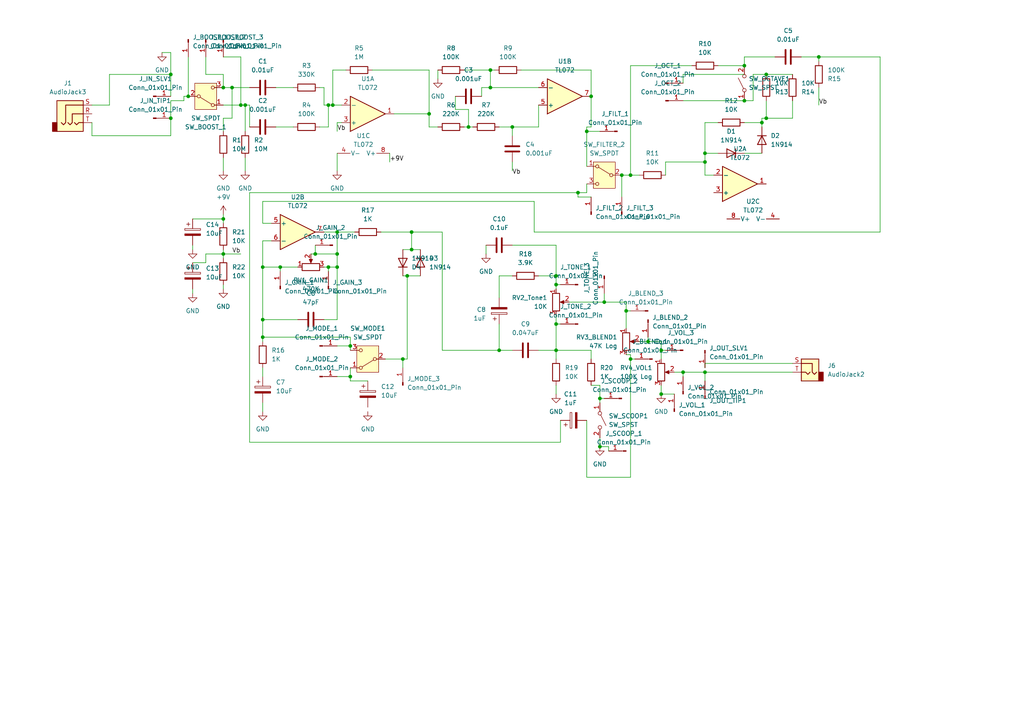
<source format=kicad_sch>
(kicad_sch (version 20230121) (generator eeschema)
  (paper "A4")
  (lib_symbols
    (symbol "Amplifier_Operational:TL072" (pin_names (offset 0.127))
      (property "Reference" "U" (at 0 5.08 0))
      (property "Value" "TL072" (at 0 -5.08 0))
      (symbol "TL072_1_1"
        (polyline (pts (xy -5.08 5.08) (xy 5.08 0) (xy -5.08 -5.08) (xy -5.08 5.08)) (stroke (width 0.254)) (fill (type background)))
        (pin output line (at 7.62 0 180) (length 2.54) (name "~") (number "1"))
        (pin input line (at -7.62 -2.54 0) (length 2.54) (name "-") (number "2"))
        (pin input line (at -7.62 2.54 0) (length 2.54) (name "+") (number "3"))
      )
      (symbol "TL072_2_1"
        (polyline (pts (xy -5.08 5.08) (xy 5.08 0) (xy -5.08 -5.08) (xy -5.08 5.08)) (stroke (width 0.254)) (fill (type background)))
        (pin input line (at -7.62 2.54 0) (length 2.54) (name "+") (number "5"))
        (pin input line (at -7.62 -2.54 0) (length 2.54) (name "-") (number "6"))
        (pin output line (at 7.62 0 180) (length 2.54) (name "~") (number "7"))
      )
      (symbol "TL072_3_1"
        (pin power_in line (at -2.54 -7.62 90) (length 3.81) (name "V-") (number "4"))
        (pin power_in line (at -2.54 7.62 270) (length 3.81) (name "V+") (number "8"))
      )
    )
    (symbol "Connector:Conn_01x01_Pin" (pin_names (offset 1.016) hide)
      (property "Reference" "J" (at 0 2.54 0))
      (property "Value" "Conn_01x01_Pin" (at 0 -2.54 0))
      (symbol "Conn_01x01_Pin_1_1"
        (polyline (pts (xy 1.27 0) (xy 0.8636 0)) (stroke (width 0.1524)))
        (rectangle (start 0.8636 0.127) (end 0 -0.127) (stroke (width 0.1524)) (fill (type outline)))
        (pin passive line (at 5.08 0 180) (length 3.81) (name "Pin_1") (number "1"))
      )
    )
    (symbol "Connector_Audio:AudioJack2"
      (property "Reference" "J" (at 0 8.89 0))
      (property "Value" "AudioJack2" (at 0 6.35 0))
      (symbol "AudioJack2_0_1"
        (rectangle (start -3.81 0) (end -2.54 -2.54) (stroke (width 0.254)) (fill (type outline)))
        (rectangle (start -2.54 3.81) (end 2.54 -2.54) (stroke (width 0.254)) (fill (type background)))
        (polyline (pts (xy 0 0) (xy 0.635 -0.635) (xy 1.27 0) (xy 2.54 0)) (stroke (width 0.254)))
        (polyline (pts (xy 2.54 2.54) (xy -0.635 2.54) (xy -0.635 0) (xy -1.27 -0.635) (xy -1.905 0)) (stroke (width 0.254)))
      )
      (symbol "AudioJack2_1_1"
        (pin passive line (at 5.08 2.54 180) (length 2.54) (name "~") (number "S"))
        (pin passive line (at 5.08 0 180) (length 2.54) (name "~") (number "T"))
      )
    )
    (symbol "Connector_Audio:AudioJack3"
      (property "Reference" "J" (at 0 8.89 0))
      (property "Value" "AudioJack3" (at 0 6.35 0))
      (symbol "AudioJack3_0_1"
        (rectangle (start -5.08 -5.08) (end -6.35 -2.54) (stroke (width 0.254)) (fill (type outline)))
        (polyline (pts (xy 0 -2.54) (xy 0.635 -3.175) (xy 1.27 -2.54) (xy 2.54 -2.54)) (stroke (width 0.254)))
        (polyline (pts (xy -1.905 -2.54) (xy -1.27 -3.175) (xy -0.635 -2.54) (xy -0.635 0) (xy 2.54 0)) (stroke (width 0.254)))
        (polyline (pts (xy 2.54 2.54) (xy -2.54 2.54) (xy -2.54 -2.54) (xy -3.175 -3.175) (xy -3.81 -2.54)) (stroke (width 0.254)))
        (rectangle (start 2.54 3.81) (end -5.08 -5.08) (stroke (width 0.254)) (fill (type background)))
      )
      (symbol "AudioJack3_1_1"
        (pin passive line (at 5.08 0 180) (length 2.54) (name "~") (number "R"))
        (pin passive line (at 5.08 2.54 180) (length 2.54) (name "~") (number "S"))
        (pin passive line (at 5.08 -2.54 180) (length 2.54) (name "~") (number "T"))
      )
    )
    (symbol "Device:C" (pin_numbers hide) (pin_names (offset 0.254))
      (property "Reference" "C" (at 0.635 2.54 0))
      (property "Value" "C" (at 0.635 -2.54 0))
      (symbol "C_0_1"
        (polyline (pts (xy -2.032 -0.762) (xy 2.032 -0.762)) (stroke (width 0.508)))
        (polyline (pts (xy -2.032 0.762) (xy 2.032 0.762)) (stroke (width 0.508)))
      )
      (symbol "C_1_1"
        (pin passive line (at 0 3.81 270) (length 2.794) (name "~") (number "1"))
        (pin passive line (at 0 -3.81 90) (length 2.794) (name "~") (number "2"))
      )
    )
    (symbol "Device:C_Polarized" (pin_numbers hide) (pin_names (offset 0.254))
      (property "Reference" "C" (at 0.635 2.54 0))
      (property "Value" "C_Polarized" (at 0.635 -2.54 0))
      (symbol "C_Polarized_0_1"
        (rectangle (start -2.286 0.508) (end 2.286 1.016))
        (polyline (pts (xy -1.778 2.286) (xy -0.762 2.286)))
        (polyline (pts (xy -1.27 2.794) (xy -1.27 1.778)))
        (rectangle (start 2.286 -0.508) (end -2.286 -1.016) (fill (type outline)))
      )
      (symbol "C_Polarized_1_1"
        (pin passive line (at 0 3.81 270) (length 2.794) (name "~") (number "1"))
        (pin passive line (at 0 -3.81 90) (length 2.794) (name "~") (number "2"))
      )
    )
    (symbol "Device:R" (pin_numbers hide) (pin_names (offset 0))
      (property "Reference" "R" (at 2.032 0 90))
      (property "Value" "R" (at 0 0 90))
      (symbol "R_0_1"
        (rectangle (start -1.016 -2.54) (end 1.016 2.54) (stroke (width 0.254)))
      )
      (symbol "R_1_1"
        (pin passive line (at 0 3.81 270) (length 1.27) (name "~") (number "1"))
        (pin passive line (at 0 -3.81 90) (length 1.27) (name "~") (number "2"))
      )
    )
    (symbol "Device:R_Potentiometer" (pin_names (offset 1.016) hide)
      (property "Reference" "RV" (at -4.445 0 90))
      (property "Value" "R_Potentiometer" (at -2.54 0 90))
      (symbol "R_Potentiometer_0_1"
        (polyline (pts (xy 2.54 0) (xy 1.524 0)))
        (polyline (pts (xy 1.143 0) (xy 2.286 0.508) (xy 2.286 -0.508) (xy 1.143 0)) (fill (type outline)))
        (rectangle (start 1.016 2.54) (end -1.016 -2.54) (stroke (width 0.254)))
      )
      (symbol "R_Potentiometer_1_1"
        (pin passive line (at 0 3.81 270) (length 1.27) (name "1") (number "1"))
        (pin passive line (at 3.81 0 180) (length 1.27) (name "2") (number "2"))
        (pin passive line (at 0 -3.81 90) (length 1.27) (name "3") (number "3"))
      )
    )
    (symbol "Diode:1N914" (pin_numbers hide) (pin_names hide)
      (property "Reference" "D" (at 0 2.54 0))
      (property "Value" "1N914" (at 0 -2.54 0))
      (symbol "1N914_0_1"
        (polyline (pts (xy -1.27 1.27) (xy -1.27 -1.27)) (stroke (width 0.254)))
        (polyline (pts (xy 1.27 0) (xy -1.27 0)))
        (polyline (pts (xy 1.27 1.27) (xy 1.27 -1.27) (xy -1.27 0) (xy 1.27 1.27)) (stroke (width 0.254)))
      )
      (symbol "1N914_1_1"
        (pin passive line (at -3.81 0 0) (length 2.54) (name "K") (number "1"))
        (pin passive line (at 3.81 0 180) (length 2.54) (name "A") (number "2"))
      )
    )
    (symbol "Switch:SW_SPDT" (pin_names (offset 0) hide)
      (property "Reference" "SW" (at 0 5.08 0))
      (property "Value" "SW_SPDT" (at 0 -5.08 0))
      (symbol "SW_SPDT_0_1"
        (circle (center -2.032 0) (radius 0.4572))
        (polyline (pts (xy -1.651 0.254) (xy 1.651 2.286)))
        (circle (center 2.032 -2.54) (radius 0.4572))
        (circle (center 2.032 2.54) (radius 0.4572))
      )
      (symbol "SW_SPDT_1_1"
        (rectangle (start -3.175 3.81) (end 3.175 -3.81) (fill (type background)))
        (pin passive line (at 5.08 2.54 180) (length 2.54) (name "A") (number "1"))
        (pin passive line (at -5.08 0 0) (length 2.54) (name "B") (number "2"))
        (pin passive line (at 5.08 -2.54 180) (length 2.54) (name "C") (number "3"))
      )
    )
    (symbol "Switch:SW_SPST" (pin_names (offset 0) hide)
      (property "Reference" "SW" (at 0 3.175 0))
      (property "Value" "SW_SPST" (at 0 -2.54 0))
      (symbol "SW_SPST_0_0"
        (circle (center -2.032 0) (radius 0.508))
        (polyline (pts (xy -1.524 0.254) (xy 1.524 1.778)))
        (circle (center 2.032 0) (radius 0.508))
      )
      (symbol "SW_SPST_1_1"
        (pin passive line (at -5.08 0 0) (length 2.54) (name "A") (number "1"))
        (pin passive line (at 5.08 0 180) (length 2.54) (name "B") (number "2"))
      )
    )
    (symbol "power:+9V" (power) (pin_names (offset 0))
      (property "Value" "+9V" (at 0 3.556 0))
      (symbol "+9V_0_1"
        (polyline (pts (xy -0.762 1.27) (xy 0 2.54)))
        (polyline (pts (xy 0 0) (xy 0 2.54)))
        (polyline (pts (xy 0 2.54) (xy 0.762 1.27)))
      )
      (symbol "+9V_1_1"
        (pin power_in line (at 0 0 90) (length 0) hide (name "+9V") (number "1"))
      )
    )
    (symbol "power:GND" (power) (pin_names (offset 0))
      (property "Value" "GND" (at 0 -3.81 0))
      (symbol "GND_0_1"
        (polyline (pts (xy 0 0) (xy 0 -1.27) (xy 1.27 -1.27) (xy 0 -2.54) (xy -1.27 -1.27) (xy 0 -1.27)))
      )
      (symbol "GND_1_1"
        (pin power_in line (at 0 0 270) (length 0) hide (name "GND") (number "1"))
      )
    )
  )
  (junction (at 96.52 30.48))
  (junction (at 204.47 44.45))
  (junction (at 187.96 99.06))
  (junction (at 49.53 21.59))
  (junction (at 97.79 67.31))
  (junction (at 222.25 34.29))
  (junction (at 170.18 38.1))
  (junction (at 64.77 73.66))
  (junction (at 173.99 129.54))
  (junction (at 91.44 73.66))
  (junction (at 198.12 107.95))
  (junction (at 215.9 29.21))
  (junction (at 119.38 67.31))
  (junction (at 97.79 73.66))
  (junction (at 76.2 97.79))
  (junction (at 204.47 46.99))
  (junction (at 204.47 107.95))
  (junction (at 182.88 50.8))
  (junction (at 148.59 36.83))
  (junction (at 161.29 80.01))
  (junction (at 118.11 80.01))
  (junction (at 222.25 21.59))
  (junction (at 67.31 25.4))
  (junction (at 97.79 77.47))
  (junction (at 144.78 101.6))
  (junction (at 167.64 55.88))
  (junction (at 76.2 77.47))
  (junction (at 191.77 114.3))
  (junction (at 161.29 93.98))
  (junction (at 215.9 19.05))
  (junction (at 180.34 50.8))
  (junction (at 237.49 16.51))
  (junction (at 69.85 30.48))
  (junction (at 124.46 33.02))
  (junction (at 191.77 101.6))
  (junction (at 95.25 77.47))
  (junction (at 220.98 35.56))
  (junction (at 101.6 109.22))
  (junction (at 142.24 25.4))
  (junction (at 173.99 115.57))
  (junction (at 64.77 25.4))
  (junction (at 76.2 92.71))
  (junction (at 135.89 36.83))
  (junction (at 64.77 63.5))
  (junction (at 171.45 27.94))
  (junction (at 54.61 27.94))
  (junction (at 101.6 100.33))
  (junction (at 182.88 104.14))
  (junction (at 81.28 77.47))
  (junction (at 95.25 30.48))
  (junction (at 161.29 101.6))
  (junction (at 175.26 87.63))
  (junction (at 71.12 30.48))
  (junction (at 161.29 82.55))
  (junction (at 116.84 104.14))
  (junction (at 49.53 34.29))
  (junction (at 142.24 20.32))
  (junction (at 119.38 72.39))
  (junction (at 181.61 90.17))
  (wire (pts (xy 54.61 16.51) (xy 54.61 27.94)))
  (wire (pts (xy 182.88 19.05) (xy 182.88 50.8)))
  (wire (pts (xy 180.34 50.8) (xy 180.34 57.15)))
  (wire (pts (xy 215.9 44.45) (xy 220.98 44.45)))
  (wire (pts (xy 93.98 92.71) (xy 97.79 92.71)))
  (wire (pts (xy 49.53 39.37) (xy 49.53 34.29)))
  (wire (pts (xy 170.18 53.34) (xy 170.18 55.88)))
  (wire (pts (xy 187.96 99.06) (xy 191.77 99.06)))
  (wire (pts (xy 170.18 55.88) (xy 167.64 55.88)))
  (wire (pts (xy 59.69 16.51) (xy 59.69 21.59)))
  (wire (pts (xy 111.76 104.14) (xy 116.84 104.14)))
  (wire (pts (xy 119.38 67.31) (xy 119.38 72.39)))
  (wire (pts (xy 64.77 63.5) (xy 64.77 64.77)))
  (wire (pts (xy 99.06 35.56) (xy 97.79 35.56)))
  (wire (pts (xy 116.84 80.01) (xy 118.11 80.01)))
  (wire (pts (xy 255.27 16.51) (xy 255.27 67.31)))
  (wire (pts (xy 198.12 29.21) (xy 215.9 29.21)))
  (wire (pts (xy 91.44 71.12) (xy 91.44 73.66)))
  (wire (pts (xy 76.2 97.79) (xy 101.6 97.79)))
  (wire (pts (xy 182.88 50.8) (xy 185.42 50.8)))
  (wire (pts (xy 204.47 46.99) (xy 204.47 50.8)))
  (wire (pts (xy 180.34 50.8) (xy 182.88 50.8)))
  (wire (pts (xy 204.47 44.45) (xy 208.28 44.45)))
  (wire (pts (xy 170.18 121.92) (xy 170.18 138.43)))
  (wire (pts (xy 167.64 55.88) (xy 72.39 55.88)))
  (wire (pts (xy 97.79 73.66) (xy 97.79 77.47)))
  (wire (pts (xy 67.31 25.4) (xy 67.31 34.29)))
  (wire (pts (xy 255.27 67.31) (xy 154.94 67.31)))
  (wire (pts (xy 107.95 20.32) (xy 124.46 20.32)))
  (wire (pts (xy 154.94 67.31) (xy 154.94 58.42)))
  (wire (pts (xy 116.84 104.14) (xy 118.11 104.14)))
  (wire (pts (xy 31.75 30.48) (xy 31.75 21.59)))
  (wire (pts (xy 128.27 101.6) (xy 128.27 67.31)))
  (wire (pts (xy 95.25 77.47) (xy 95.25 78.74)))
  (wire (pts (xy 215.9 21.59) (xy 198.12 21.59)))
  (wire (pts (xy 64.77 82.55) (xy 64.77 83.82)))
  (wire (pts (xy 181.61 90.17) (xy 182.88 90.17)))
  (wire (pts (xy 72.39 30.48) (xy 72.39 36.83)))
  (wire (pts (xy 69.85 30.48) (xy 71.12 30.48)))
  (wire (pts (xy 222.25 21.59) (xy 229.87 21.59)))
  (wire (pts (xy 191.77 114.3) (xy 195.58 114.3)))
  (wire (pts (xy 144.78 86.36) (xy 144.78 80.01)))
  (wire (pts (xy 161.29 80.01) (xy 161.29 82.55)))
  (wire (pts (xy 64.77 73.66) (xy 69.85 73.66)))
  (wire (pts (xy 71.12 30.48) (xy 71.12 38.1)))
  (wire (pts (xy 204.47 107.95) (xy 204.47 110.49)))
  (wire (pts (xy 193.04 46.99) (xy 204.47 46.99)))
  (wire (pts (xy 26.67 39.37) (xy 49.53 39.37)))
  (wire (pts (xy 161.29 82.55) (xy 162.56 82.55)))
  (wire (pts (xy 101.6 109.22) (xy 101.6 110.49)))
  (wire (pts (xy 162.56 121.92) (xy 162.56 128.27)))
  (wire (pts (xy 171.45 20.32) (xy 171.45 27.94)))
  (wire (pts (xy 191.77 101.6) (xy 193.04 101.6)))
  (wire (pts (xy 78.74 69.85) (xy 76.2 69.85)))
  (wire (pts (xy 67.31 25.4) (xy 72.39 25.4)))
  (wire (pts (xy 208.28 35.56) (xy 204.47 35.56)))
  (wire (pts (xy 191.77 111.76) (xy 191.77 114.3)))
  (wire (pts (xy 176.53 130.81) (xy 176.53 129.54)))
  (wire (pts (xy 49.53 29.21) (xy 53.34 29.21)))
  (wire (pts (xy 220.98 35.56) (xy 220.98 34.29)))
  (wire (pts (xy 64.77 38.1) (xy 64.77 34.29)))
  (wire (pts (xy 76.2 58.42) (xy 76.2 64.77)))
  (wire (pts (xy 191.77 99.06) (xy 191.77 101.6)))
  (wire (pts (xy 55.88 63.5) (xy 64.77 63.5)))
  (wire (pts (xy 69.85 30.48) (xy 69.85 16.51)))
  (wire (pts (xy 64.77 34.29) (xy 67.31 34.29)))
  (wire (pts (xy 76.2 116.84) (xy 76.2 119.38)))
  (wire (pts (xy 97.79 67.31) (xy 102.87 67.31)))
  (wire (pts (xy 116.84 104.14) (xy 116.84 106.68)))
  (wire (pts (xy 71.12 30.48) (xy 72.39 30.48)))
  (wire (pts (xy 193.04 50.8) (xy 193.04 46.99)))
  (wire (pts (xy 69.85 16.51) (xy 64.77 16.51)))
  (wire (pts (xy 132.08 31.75) (xy 132.08 27.94)))
  (wire (pts (xy 119.38 72.39) (xy 121.92 72.39)))
  (wire (pts (xy 93.98 30.48) (xy 95.25 30.48)))
  (wire (pts (xy 97.79 35.56) (xy 97.79 38.1)))
  (wire (pts (xy 100.33 20.32) (xy 96.52 20.32)))
  (wire (pts (xy 72.39 128.27) (xy 162.56 128.27)))
  (wire (pts (xy 185.42 99.06) (xy 187.96 99.06)))
  (wire (pts (xy 97.79 100.33) (xy 101.6 100.33)))
  (wire (pts (xy 148.59 71.12) (xy 161.29 71.12)))
  (wire (pts (xy 161.29 93.98) (xy 161.29 101.6)))
  (wire (pts (xy 80.01 36.83) (xy 85.09 36.83)))
  (wire (pts (xy 148.59 46.99) (xy 148.59 49.53)))
  (wire (pts (xy 101.6 100.33) (xy 101.6 97.79)))
  (wire (pts (xy 151.13 20.32) (xy 171.45 20.32)))
  (wire (pts (xy 171.45 101.6) (xy 171.45 104.14)))
  (wire (pts (xy 171.45 36.83) (xy 171.45 27.94)))
  (wire (pts (xy 118.11 80.01) (xy 118.11 104.14)))
  (wire (pts (xy 204.47 44.45) (xy 204.47 46.99)))
  (wire (pts (xy 64.77 21.59) (xy 64.77 25.4)))
  (wire (pts (xy 161.29 101.6) (xy 161.29 104.14)))
  (wire (pts (xy 204.47 35.56) (xy 204.47 44.45)))
  (wire (pts (xy 101.6 101.6) (xy 101.6 100.33)))
  (wire (pts (xy 200.66 19.05) (xy 182.88 19.05)))
  (wire (pts (xy 80.01 25.4) (xy 85.09 25.4)))
  (wire (pts (xy 218.44 29.21) (xy 218.44 21.59)))
  (wire (pts (xy 139.7 27.94) (xy 139.7 25.4)))
  (wire (pts (xy 229.87 105.41) (xy 204.47 105.41)))
  (wire (pts (xy 26.67 30.48) (xy 31.75 30.48)))
  (wire (pts (xy 76.2 97.79) (xy 76.2 99.06)))
  (wire (pts (xy 229.87 107.95) (xy 204.47 107.95)))
  (wire (pts (xy 161.29 91.44) (xy 161.29 93.98)))
  (wire (pts (xy 134.62 36.83) (xy 135.89 36.83)))
  (wire (pts (xy 26.67 35.56) (xy 26.67 39.37)))
  (wire (pts (xy 93.98 67.31) (xy 97.79 67.31)))
  (wire (pts (xy 195.58 107.95) (xy 198.12 107.95)))
  (wire (pts (xy 142.24 25.4) (xy 156.21 25.4)))
  (wire (pts (xy 215.9 19.05) (xy 215.9 16.51)))
  (wire (pts (xy 135.89 36.83) (xy 137.16 36.83)))
  (wire (pts (xy 95.25 77.47) (xy 97.79 77.47)))
  (wire (pts (xy 55.88 83.82) (xy 55.88 85.09)))
  (wire (pts (xy 76.2 69.85) (xy 76.2 77.47)))
  (wire (pts (xy 49.53 15.24) (xy 49.53 21.59)))
  (wire (pts (xy 81.28 77.47) (xy 86.36 77.47)))
  (wire (pts (xy 64.77 62.23) (xy 64.77 63.5)))
  (wire (pts (xy 49.53 21.59) (xy 49.53 27.94)))
  (wire (pts (xy 237.49 16.51) (xy 255.27 16.51)))
  (wire (pts (xy 96.52 30.48) (xy 99.06 30.48)))
  (wire (pts (xy 204.47 50.8) (xy 207.01 50.8)))
  (wire (pts (xy 175.26 85.09) (xy 175.26 87.63)))
  (wire (pts (xy 101.6 110.49) (xy 106.68 110.49)))
  (wire (pts (xy 173.99 127) (xy 173.99 129.54)))
  (wire (pts (xy 171.45 57.15) (xy 167.64 57.15)))
  (wire (pts (xy 148.59 36.83) (xy 156.21 36.83)))
  (wire (pts (xy 49.53 34.29) (xy 49.53 29.21)))
  (wire (pts (xy 191.77 101.6) (xy 191.77 104.14)))
  (wire (pts (xy 55.88 71.12) (xy 55.88 72.39)))
  (wire (pts (xy 170.18 48.26) (xy 170.18 38.1)))
  (wire (pts (xy 161.29 111.76) (xy 161.29 114.3)))
  (wire (pts (xy 144.78 93.98) (xy 144.78 101.6)))
  (wire (pts (xy 229.87 34.29) (xy 229.87 29.21)))
  (wire (pts (xy 148.59 36.83) (xy 148.59 39.37)))
  (wire (pts (xy 176.53 129.54) (xy 173.99 129.54)))
  (wire (pts (xy 76.2 77.47) (xy 76.2 92.71)))
  (wire (pts (xy 134.62 20.32) (xy 142.24 20.32)))
  (wire (pts (xy 59.69 76.2) (xy 59.69 73.66)))
  (wire (pts (xy 182.88 104.14) (xy 182.88 102.87)))
  (wire (pts (xy 170.18 38.1) (xy 170.18 36.83)))
  (wire (pts (xy 165.1 87.63) (xy 175.26 87.63)))
  (wire (pts (xy 59.69 73.66) (xy 64.77 73.66)))
  (wire (pts (xy 53.34 27.94) (xy 54.61 27.94)))
  (wire (pts (xy 204.47 105.41) (xy 204.47 106.68)))
  (wire (pts (xy 64.77 73.66) (xy 64.77 74.93)))
  (wire (pts (xy 220.98 34.29) (xy 222.25 34.29)))
  (wire (pts (xy 124.46 33.02) (xy 124.46 20.32)))
  (wire (pts (xy 118.11 80.01) (xy 121.92 80.01)))
  (wire (pts (xy 128.27 67.31) (xy 119.38 67.31)))
  (wire (pts (xy 59.69 21.59) (xy 64.77 21.59)))
  (wire (pts (xy 144.78 36.83) (xy 148.59 36.83)))
  (wire (pts (xy 144.78 101.6) (xy 128.27 101.6)))
  (wire (pts (xy 96.52 20.32) (xy 96.52 30.48)))
  (wire (pts (xy 161.29 93.98) (xy 162.56 93.98)))
  (wire (pts (xy 64.77 25.4) (xy 67.31 25.4)))
  (wire (pts (xy 116.84 72.39) (xy 119.38 72.39)))
  (wire (pts (xy 237.49 16.51) (xy 237.49 17.78)))
  (wire (pts (xy 135.89 31.75) (xy 132.08 31.75)))
  (wire (pts (xy 161.29 82.55) (xy 161.29 83.82)))
  (wire (pts (xy 144.78 80.01) (xy 148.59 80.01)))
  (wire (pts (xy 232.41 16.51) (xy 237.49 16.51)))
  (wire (pts (xy 81.28 77.47) (xy 81.28 78.74)))
  (wire (pts (xy 110.49 67.31) (xy 119.38 67.31)))
  (wire (pts (xy 97.79 67.31) (xy 97.79 73.66)))
  (wire (pts (xy 76.2 64.77) (xy 78.74 64.77)))
  (wire (pts (xy 93.98 25.4) (xy 93.98 30.48)))
  (wire (pts (xy 135.89 36.83) (xy 135.89 31.75)))
  (wire (pts (xy 142.24 20.32) (xy 143.51 20.32)))
  (wire (pts (xy 198.12 21.59) (xy 198.12 24.13)))
  (wire (pts (xy 156.21 30.48) (xy 156.21 36.83)))
  (wire (pts (xy 222.25 34.29) (xy 229.87 34.29)))
  (wire (pts (xy 182.88 104.14) (xy 184.15 104.14)))
  (wire (pts (xy 101.6 106.68) (xy 101.6 109.22)))
  (wire (pts (xy 95.25 30.48) (xy 95.25 36.83)))
  (wire (pts (xy 198.12 107.95) (xy 198.12 109.22)))
  (wire (pts (xy 31.75 21.59) (xy 49.53 21.59)))
  (wire (pts (xy 97.79 77.47) (xy 97.79 92.71)))
  (wire (pts (xy 90.17 73.66) (xy 91.44 73.66)))
  (wire (pts (xy 91.44 73.66) (xy 97.79 73.66)))
  (wire (pts (xy 187.96 97.79) (xy 187.96 99.06)))
  (wire (pts (xy 171.45 111.76) (xy 173.99 111.76)))
  (wire (pts (xy 76.2 77.47) (xy 81.28 77.47)))
  (wire (pts (xy 76.2 92.71) (xy 86.36 92.71)))
  (wire (pts (xy 198.12 107.95) (xy 204.47 107.95)))
  (wire (pts (xy 93.98 77.47) (xy 95.25 77.47)))
  (wire (pts (xy 76.2 106.68) (xy 76.2 109.22)))
  (wire (pts (xy 215.9 16.51) (xy 224.79 16.51)))
  (wire (pts (xy 182.88 138.43) (xy 182.88 104.14)))
  (wire (pts (xy 220.98 36.83) (xy 220.98 35.56)))
  (wire (pts (xy 175.26 87.63) (xy 181.61 87.63)))
  (wire (pts (xy 127 36.83) (xy 124.46 36.83)))
  (wire (pts (xy 144.78 101.6) (xy 148.59 101.6)))
  (wire (pts (xy 124.46 33.02) (xy 124.46 36.83)))
  (wire (pts (xy 72.39 55.88) (xy 72.39 128.27)))
  (wire (pts (xy 154.94 58.42) (xy 76.2 58.42)))
  (wire (pts (xy 208.28 19.05) (xy 215.9 19.05)))
  (wire (pts (xy 237.49 25.4) (xy 237.49 30.48)))
  (wire (pts (xy 139.7 25.4) (xy 142.24 25.4)))
  (wire (pts (xy 222.25 34.29) (xy 222.25 29.21)))
  (wire (pts (xy 64.77 72.39) (xy 64.77 73.66)))
  (wire (pts (xy 64.77 30.48) (xy 69.85 30.48)))
  (wire (pts (xy 97.79 109.22) (xy 101.6 109.22)))
  (wire (pts (xy 92.71 36.83) (xy 95.25 36.83)))
  (wire (pts (xy 161.29 101.6) (xy 171.45 101.6)))
  (wire (pts (xy 218.44 21.59) (xy 222.25 21.59)))
  (wire (pts (xy 114.3 33.02) (xy 124.46 33.02)))
  (wire (pts (xy 113.03 44.45) (xy 113.03 46.99)))
  (wire (pts (xy 64.77 45.72) (xy 64.77 49.53)))
  (wire (pts (xy 127 20.32) (xy 127 22.86)))
  (wire (pts (xy 181.61 87.63) (xy 181.61 90.17)))
  (wire (pts (xy 170.18 38.1) (xy 173.99 38.1)))
  (wire (pts (xy 167.64 57.15) (xy 167.64 55.88)))
  (wire (pts (xy 215.9 29.21) (xy 218.44 29.21)))
  (wire (pts (xy 215.9 35.56) (xy 220.98 35.56)))
  (wire (pts (xy 76.2 92.71) (xy 76.2 97.79)))
  (wire (pts (xy 55.88 76.2) (xy 59.69 76.2)))
  (wire (pts (xy 161.29 71.12) (xy 161.29 80.01)))
  (wire (pts (xy 53.34 29.21) (xy 53.34 27.94)))
  (wire (pts (xy 181.61 90.17) (xy 181.61 95.25)))
  (wire (pts (xy 140.97 71.12) (xy 140.97 73.66)))
  (wire (pts (xy 156.21 80.01) (xy 161.29 80.01)))
  (wire (pts (xy 142.24 20.32) (xy 142.24 25.4)))
  (wire (pts (xy 173.99 115.57) (xy 173.99 116.84)))
  (wire (pts (xy 97.79 44.45) (xy 97.79 49.53)))
  (wire (pts (xy 170.18 138.43) (xy 182.88 138.43)))
  (wire (pts (xy 92.71 25.4) (xy 93.98 25.4)))
  (wire (pts (xy 170.18 36.83) (xy 171.45 36.83)))
  (wire (pts (xy 46.99 15.24) (xy 49.53 15.24)))
  (wire (pts (xy 182.88 102.87) (xy 181.61 102.87)))
  (wire (pts (xy 71.12 45.72) (xy 71.12 49.53)))
  (wire (pts (xy 173.99 115.57) (xy 175.26 115.57)))
  (wire (pts (xy 173.99 111.76) (xy 173.99 115.57)))
  (wire (pts (xy 95.25 30.48) (xy 96.52 30.48)))
  (wire (pts (xy 156.21 101.6) (xy 161.29 101.6)))
  (label "+9V" (at 113.03 46.99 0))
  (label "Vb" (at 148.59 50.8 0))
  (label "Vb" (at 67.31 73.66 0))
  (label "Vb" (at 237.49 30.48 0))
  (label "Vb" (at 97.79 38.1 0))
  (symbol (lib_id "Device:C_Polarized") (at 166.37 121.92 90) (unit 1)
    (property "Reference" "C11" (at 165.481 114.3 90))
    (property "Value" "1uF" (at 165.481 116.84 90))
    (property "Footprint" "Capacitor_THT:CP_Radial_D6.3mm_P2.50mm" (effects hide))
  )
  (symbol (lib_id "Device:C_Polarized") (at 144.78 90.17 0) (mirror x) (unit 1)
    (property "Reference" "C8" (at 140.97 89.789 0) (effects (justify right)))
    (property "Value" "1uF" (at 140.97 92.329 0) (effects (justify right)))
    (property "Footprint" "Capacitor_THT:CP_Radial_D6.3mm_P2.50mm" (effects hide))
  )
  (symbol (lib_id "Device:R") (at 106.68 67.31 90) (unit 1)
    (property "Reference" "R17" (at 106.68 60.96 90))
    (property "Value" "1K" (at 106.68 63.5 90))
    (property "Footprint" "Resistor_SMD:R_1206_3216Metric_Pad1.30x1.75mm_HandSolder" (effects hide))
  )
  (symbol (lib_id "Device:C") (at 228.6 16.51 90) (unit 1)
    (property "Reference" "C5" (at 228.6 8.89 90))
    (property "Value" "0.01uF" (at 228.6 11.43 90))
    (property "Footprint" "Capacitor_SMD:C_1206_3216Metric_Pad1.33x1.80mm_HandSolder" (effects hide))
  )
  (symbol (lib_id "Connector:Conn_01x01_Pin") (at 198.12 114.3 90) (unit 1)
    (property "Reference" "J_VOL_2" (at 199.39 112.395 90) (effects (justify right)))
    (property "Value" "Conn_01x01_Pin" (at 199.39 114.935 90) (effects (justify right)))
    (property "Footprint" "Connector_PinHeader_1.00mm:PinHeader_1x01_P1.00mm_Vertical" (effects hide))
  )
  (symbol (lib_id "power:GND") (at 64.77 83.82 0) (unit 1)
    (property "Reference" "#PWR06" (effects hide))
    (property "Value" "GND" (at 64.77 88.9 0))
  )
  (symbol (lib_id "Device:R") (at 204.47 19.05 270) (unit 1)
    (property "Reference" "R10" (at 204.47 12.7 90))
    (property "Value" "10K" (at 204.47 15.24 90))
    (property "Footprint" "Resistor_SMD:R_1206_3216Metric_Pad1.30x1.75mm_HandSolder" (effects hide))
  )
  (symbol (lib_id "Device:R") (at 64.77 78.74 0) (unit 1)
    (property "Reference" "R22" (at 67.31 77.47 0) (effects (justify left)))
    (property "Value" "10K" (at 67.31 80.01 0) (effects (justify left)))
    (property "Footprint" "Resistor_SMD:R_1206_3216Metric_Pad1.30x1.75mm_HandSolder" (effects hide))
  )
  (symbol (lib_id "Diode:1N914") (at 116.84 76.2 90) (unit 1)
    (property "Reference" "D4" (at 119.38 77.47 90) (effects (justify right)))
    (property "Value" "1N914" (at 119.38 74.93 90) (effects (justify right)))
    (property "Footprint" "Diode_THT:D_DO-35_SOD27_P7.62mm_Horizontal" (effects hide))
    (property "Datasheet" "http://www.vishay.com/docs/85622/1n914.pdf" (effects hide))
    (property "Sim.Device" "D" (effects hide))
    (property "Sim.Pins" "1=K 2=A" (effects hide))
  )
  (symbol (lib_id "Device:R") (at 161.29 107.95 0) (unit 1)
    (property "Reference" "R19" (at 163.83 106.68 0) (effects (justify left)))
    (property "Value" "10K" (at 163.83 109.22 0) (effects (justify left)))
    (property "Footprint" "Resistor_SMD:R_1206_3216Metric_Pad1.30x1.75mm_HandSolder" (effects hide))
  )
  (symbol (lib_id "Connector:Conn_01x01_Pin") (at 175.26 80.01 90) (mirror x) (unit 1)
    (property "Reference" "J_TONE_3" (at 170.18 80.645 0))
    (property "Value" "Conn_01x01_Pin" (at 172.72 80.645 0))
    (property "Footprint" "Connector_PinHeader_1.00mm:PinHeader_1x01_P1.00mm_Vertical" (effects hide))
  )
  (symbol (lib_id "Connector:Conn_01x01_Pin") (at 179.07 38.1 180) (unit 1)
    (property "Reference" "J_FILT_1" (at 178.435 33.02 0))
    (property "Value" "Conn_01x01_Pin" (at 178.435 35.56 0))
    (property "Footprint" "Connector_PinHeader_1.00mm:PinHeader_1x01_P1.00mm_Vertical" (effects hide))
  )
  (symbol (lib_id "Connector:Conn_01x01_Pin") (at 92.71 100.33 0) (unit 1)
    (property "Reference" "J_MODE_1" (at 93.345 95.25 0))
    (property "Value" "Conn_01x01_Pin" (at 93.345 97.79 0))
    (property "Footprint" "Connector_PinHeader_1.00mm:PinHeader_1x01_P1.00mm_Vertical" (effects hide))
  )
  (symbol (lib_id "Device:R") (at 152.4 80.01 270) (unit 1)
    (property "Reference" "R18" (at 152.4 73.66 90))
    (property "Value" "3.9K" (at 152.4 76.2 90))
    (property "Footprint" "Resistor_SMD:R_1206_3216Metric_Pad1.30x1.75mm_HandSolder" (effects hide))
  )
  (symbol (lib_id "power:GND") (at 127 22.86 0) (unit 1)
    (property "Reference" "#PWR08" (effects hide))
    (property "Value" "GND" (at 127 27.94 0))
  )
  (symbol (lib_id "Device:C") (at 76.2 25.4 90) (unit 1)
    (property "Reference" "C1" (at 76.2 17.78 90))
    (property "Value" "0.01uF" (at 76.2 20.32 90))
    (property "Footprint" "Capacitor_SMD:C_1206_3216Metric_Pad1.33x1.80mm_HandSolder" (effects hide))
  )
  (symbol (lib_id "Connector:Conn_01x01_Pin") (at 44.45 27.94 0) (unit 1)
    (property "Reference" "J_IN_SLV1" (at 45.085 22.86 0))
    (property "Value" "Conn_01x01_Pin" (at 45.085 25.4 0))
    (property "Footprint" "Connector_PinHeader_1.00mm:PinHeader_1x01_P1.00mm_Vertical" (effects hide))
  )
  (symbol (lib_id "Connector:Conn_01x01_Pin") (at 193.04 24.13 0) (unit 1)
    (property "Reference" "J_OCT_1" (at 193.675 19.05 0))
    (property "Value" "Conn_01x01_Pin" (at 193.675 21.59 0))
    (property "Footprint" "Connector_PinHeader_1.00mm:PinHeader_1x01_P1.00mm_Vertical" (effects hide))
  )
  (symbol (lib_id "power:GND") (at 55.88 85.09 0) (unit 1)
    (property "Reference" "#PWR05" (effects hide))
    (property "Value" "GND" (at 55.88 90.17 0))
  )
  (symbol (lib_id "Connector:Conn_01x01_Pin") (at 81.28 83.82 90) (unit 1)
    (property "Reference" "J_GAIN_1" (at 82.55 81.915 90) (effects (justify right)))
    (property "Value" "Conn_01x01_Pin" (at 82.55 84.455 90) (effects (justify right)))
    (property "Footprint" "Connector_PinHeader_1.00mm:PinHeader_1x01_P1.00mm_Vertical" (effects hide))
  )
  (symbol (lib_id "Diode:1N914") (at 121.92 76.2 90) (mirror x) (unit 1)
    (property "Reference" "D3" (at 124.46 74.93 90) (effects (justify right)))
    (property "Value" "1N914" (at 124.46 77.47 90) (effects (justify right)))
    (property "Footprint" "Diode_THT:D_DO-35_SOD27_P7.62mm_Horizontal" (effects hide))
    (property "Datasheet" "http://www.vishay.com/docs/85622/1n914.pdf" (effects hide))
    (property "Sim.Device" "D" (effects hide))
    (property "Sim.Pins" "1=K 2=A" (effects hide))
  )
  (symbol (lib_id "Device:R_Potentiometer") (at 191.77 107.95 0) (unit 1) (on_board no)
    (property "Reference" "RV4_VOL1" (at 189.23 106.68 0) (effects (justify right)))
    (property "Value" "100K Log" (at 189.23 109.22 0) (effects (justify right)))
  )
  (symbol (lib_id "power:GND") (at 173.99 129.54 0) (unit 1)
    (property "Reference" "#PWR013" (effects hide))
    (property "Value" "GND" (at 173.99 134.62 0))
  )
  (symbol (lib_id "power:GND") (at 161.29 114.3 0) (unit 1)
    (property "Reference" "#PWR012" (effects hide))
    (property "Value" "GND" (at 161.29 119.38 0))
  )
  (symbol (lib_id "Switch:SW_SPDT") (at 106.68 104.14 180) (unit 1) (on_board no)
    (property "Reference" "SW_MODE1" (at 106.68 95.25 0))
    (property "Value" "SW_SPDT" (at 106.68 97.79 0))
  )
  (symbol (lib_id "Diode:1N914") (at 212.09 44.45 0) (mirror y) (unit 1)
    (property "Reference" "D1" (at 212.09 38.1 0))
    (property "Value" "1N914" (at 212.09 40.64 0))
    (property "Footprint" "Diode_THT:D_DO-35_SOD27_P7.62mm_Horizontal" (effects hide))
    (property "Datasheet" "http://www.vishay.com/docs/85622/1n914.pdf" (effects hide))
    (property "Sim.Device" "D" (effects hide))
    (property "Sim.Pins" "1=K 2=A" (effects hide))
  )
  (symbol (lib_id "Connector:Conn_01x01_Pin") (at 167.64 93.98 0) (mirror y) (unit 1)
    (property "Reference" "J_TONE_2" (at 167.005 88.9 0))
    (property "Value" "Conn_01x01_Pin" (at 167.005 91.44 0))
    (property "Footprint" "Connector_PinHeader_1.00mm:PinHeader_1x01_P1.00mm_Vertical" (effects hide))
  )
  (symbol (lib_id "Device:R") (at 76.2 102.87 0) (unit 1)
    (property "Reference" "R16" (at 78.74 101.6 0) (effects (justify left)))
    (property "Value" "1K" (at 78.74 104.14 0) (effects (justify left)))
    (property "Footprint" "Resistor_SMD:R_1206_3216Metric_Pad1.30x1.75mm_HandSolder" (effects hide))
  )
  (symbol (lib_id "Connector:Conn_01x01_Pin") (at 187.96 92.71 90) (mirror x) (unit 1)
    (property "Reference" "J_BLEND_2" (at 189.23 92.075 90) (effects (justify right)))
    (property "Value" "Conn_01x01_Pin" (at 189.23 94.615 90) (effects (justify right)))
    (property "Footprint" "Connector_PinHeader_1.00mm:PinHeader_1x01_P1.00mm_Vertical" (effects hide))
  )
  (symbol (lib_id "power:GND") (at 191.77 114.3 0) (unit 1)
    (property "Reference" "#PWR014" (effects hide))
    (property "Value" "GND" (at 191.77 119.38 0))
  )
  (symbol (lib_id "Connector:Conn_01x01_Pin") (at 96.52 71.12 180) (unit 1)
    (property "Reference" "J_GAIN_2" (at 95.885 66.04 0))
    (property "Value" "Conn_01x01_Pin" (at 95.885 68.58 0))
    (property "Footprint" "Connector_PinHeader_1.00mm:PinHeader_1x01_P1.00mm_Vertical" (effects hide))
  )
  (symbol (lib_id "Connector:Conn_01x01_Pin") (at 44.45 34.29 0) (unit 1)
    (property "Reference" "J_IN_TIP1" (at 45.085 29.21 0))
    (property "Value" "Conn_01x01_Pin" (at 45.085 31.75 0))
    (property "Footprint" "Connector_PinHeader_1.00mm:PinHeader_1x01_P1.00mm_Vertical" (effects hide))
  )
  (symbol (lib_id "Connector:Conn_01x01_Pin") (at 92.71 109.22 0) (unit 1)
    (property "Reference" "J_MODE_2" (at 93.345 104.14 0))
    (property "Value" "Conn_01x01_Pin" (at 93.345 106.68 0))
    (property "Footprint" "Connector_PinHeader_1.00mm:PinHeader_1x01_P1.00mm_Vertical" (effects hide))
  )
  (symbol (lib_id "Device:R") (at 222.25 25.4 0) (mirror x) (unit 1)
    (property "Reference" "R13" (at 224.79 26.67 0) (effects (justify left)))
    (property "Value" "10K" (at 224.79 24.13 0) (effects (justify left)))
    (property "Footprint" "Resistor_SMD:R_1206_3216Metric_Pad1.30x1.75mm_HandSolder" (effects hide))
  )
  (symbol (lib_id "Device:C_Polarized") (at 76.2 113.03 0) (unit 1)
    (property "Reference" "C7" (at 80.01 110.871 0) (effects (justify left)))
    (property "Value" "10uF" (at 80.01 113.411 0) (effects (justify left)))
    (property "Footprint" "Capacitor_THT:CP_Radial_D5.0mm_P2.50mm" (effects hide))
  )
  (symbol (lib_id "Device:C") (at 90.17 92.71 90) (unit 1)
    (property "Reference" "C6" (at 90.17 85.09 90))
    (property "Value" "47pF" (at 90.17 87.63 90))
    (property "Footprint" "Capacitor_SMD:C_1206_3216Metric_Pad1.33x1.80mm_HandSolder" (effects hide))
  )
  (symbol (lib_id "power:GND") (at 97.79 49.53 0) (unit 1)
    (property "Reference" "#PWR07" (effects hide))
    (property "Value" "GND" (at 97.79 54.61 0))
  )
  (symbol (lib_id "Connector:Conn_01x01_Pin") (at 64.77 11.43 270) (unit 1)
    (property "Reference" "J_BOOST_3" (at 66.04 10.795 90) (effects (justify left)))
    (property "Value" "Conn_01x01_Pin" (at 66.04 13.335 90) (effects (justify left)))
    (property "Footprint" "Connector_PinHeader_1.00mm:PinHeader_1x01_P1.00mm_Vertical" (effects hide))
  )
  (symbol (lib_id "Connector:Conn_01x01_Pin") (at 180.34 115.57 0) (mirror y) (unit 1)
    (property "Reference" "J_SCOOP_2" (at 179.705 110.49 0))
    (property "Value" "Conn_01x01_Pin" (at 179.705 113.03 0))
    (property "Footprint" "Connector_PinHeader_1.00mm:PinHeader_1x01_P1.00mm_Vertical" (effects hide))
  )
  (symbol (lib_id "power:GND") (at 106.68 119.38 0) (unit 1)
    (property "Reference" "#PWR010" (effects hide))
    (property "Value" "GND" (at 106.68 124.46 0))
  )
  (symbol (lib_id "Device:R") (at 71.12 41.91 0) (unit 1)
    (property "Reference" "R2" (at 73.66 40.64 0) (effects (justify left)))
    (property "Value" "10M" (at 73.66 43.18 0) (effects (justify left)))
    (property "Footprint" "Resistor_SMD:R_1206_3216Metric_Pad1.30x1.75mm_HandSolder" (effects hide))
  )
  (symbol (lib_id "Amplifier_Operational:TL072") (at 214.63 53.34 0) (mirror x) (unit 1)
    (property "Reference" "U2" (at 214.63 43.18 0))
    (property "Value" "TL072" (at 214.63 45.72 0))
    (property "Footprint" "Resistor_SMD:R_1206_3216Metric_Pad1.30x1.75mm_HandSolder" (effects hide))
    (property "Datasheet" "http://www.ti.com/lit/ds/symlink/tl071.pdf" (effects hide))
  )
  (symbol (lib_id "Switch:SW_SPDT") (at 59.69 27.94 0) (mirror x) (unit 1) (on_board no)
    (property "Reference" "SW_BOOST_1" (at 59.69 36.83 0))
    (property "Value" "SW_SPDT" (at 59.69 34.29 0))
  )
  (symbol (lib_id "Device:R") (at 130.81 20.32 270) (unit 1)
    (property "Reference" "R8" (at 130.81 13.97 90))
    (property "Value" "100K" (at 130.81 16.51 90))
    (property "Footprint" "Resistor_SMD:R_1206_3216Metric_Pad1.30x1.75mm_HandSolder" (effects hide))
  )
  (symbol (lib_id "Connector:Conn_01x01_Pin") (at 95.25 83.82 90) (unit 1)
    (property "Reference" "J_GAIN_3" (at 96.52 81.915 90) (effects (justify right)))
    (property "Value" "Conn_01x01_Pin" (at 96.52 84.455 90) (effects (justify right)))
    (property "Footprint" "Connector_PinHeader_1.00mm:PinHeader_1x01_P1.00mm_Vertical" (effects hide))
  )
  (symbol (lib_id "power:GND") (at 64.77 49.53 0) (unit 1)
    (property "Reference" "#PWR02" (effects hide))
    (property "Value" "GND" (at 64.77 54.61 0))
  )
  (symbol (lib_id "Switch:SW_SPST") (at 173.99 121.92 270) (unit 1) (on_board no)
    (property "Reference" "SW_SCOOP1" (at 176.53 120.65 90) (effects (justify left)))
    (property "Value" "SW_SPST" (at 176.53 123.19 90) (effects (justify left)))
  )
  (symbol (lib_id "power:GND") (at 55.88 72.39 0) (unit 1)
    (property "Reference" "#PWR04" (effects hide))
    (property "Value" "GND" (at 55.88 77.47 0))
  )
  (symbol (lib_id "Connector:Conn_01x01_Pin") (at 181.61 130.81 0) (mirror y) (unit 1)
    (property "Reference" "J_SCOOP_1" (at 180.975 125.73 0))
    (property "Value" "Conn_01x01_Pin" (at 180.975 128.27 0))
    (property "Footprint" "Connector_PinHeader_1.00mm:PinHeader_1x01_P1.00mm_Vertical" (effects hide))
  )
  (symbol (lib_id "Connector_Audio:AudioJack3") (at 21.59 33.02 0) (unit 1) (on_board no)
    (property "Reference" "J1" (at 19.685 24.13 0))
    (property "Value" "AudioJack3" (at 19.685 26.67 0))
  )
  (symbol (lib_id "Device:R") (at 130.81 36.83 270) (unit 1)
    (property "Reference" "R6" (at 130.81 30.48 90))
    (property "Value" "220K" (at 130.81 33.02 90))
    (property "Footprint" "Resistor_SMD:R_1206_3216Metric_Pad1.30x1.75mm_HandSolder" (effects hide))
  )
  (symbol (lib_id "Connector:Conn_01x01_Pin") (at 54.61 11.43 270) (unit 1)
    (property "Reference" "J_BOOST_1" (at 55.88 10.795 90) (effects (justify left)))
    (property "Value" "Conn_01x01_Pin" (at 55.88 13.335 90) (effects (justify left)))
    (property "Footprint" "Connector_PinHeader_1.00mm:PinHeader_1x01_P1.00mm_Vertical" (effects hide))
  )
  (symbol (lib_id "power:GND") (at 71.12 49.53 0) (unit 1)
    (property "Reference" "#PWR03" (effects hide))
    (property "Value" "GND" (at 71.12 54.61 0))
  )
  (symbol (lib_id "Amplifier_Operational:TL072") (at 218.44 60.96 90) (unit 3)
    (property "Reference" "U2" (at 218.44 58.42 90))
    (property "Value" "TL072" (at 218.44 60.96 90))
    (property "Footprint" "Resistor_SMD:R_1206_3216Metric_Pad1.30x1.75mm_HandSolder" (effects hide))
    (property "Datasheet" "http://www.ti.com/lit/ds/symlink/tl071.pdf" (effects hide))
  )
  (symbol (lib_id "Device:R") (at 212.09 35.56 270) (unit 1)
    (property "Reference" "R12" (at 212.09 29.21 90))
    (property "Value" "10K" (at 212.09 31.75 90))
    (property "Footprint" "Resistor_SMD:R_1206_3216Metric_Pad1.30x1.75mm_HandSolder" (effects hide))
  )
  (symbol (lib_id "Connector:Conn_01x01_Pin") (at 171.45 62.23 90) (unit 1)
    (property "Reference" "J_FILT_2" (at 172.72 60.325 90) (effects (justify right)))
    (property "Value" "Conn_01x01_Pin" (at 172.72 62.865 90) (effects (justify right)))
    (property "Footprint" "Connector_PinHeader_1.00mm:PinHeader_1x01_P1.00mm_Vertical" (effects hide))
  )
  (symbol (lib_id "Device:R_Potentiometer") (at 181.61 99.06 0) (unit 1) (on_board no)
    (property "Reference" "RV3_BLEND1" (at 179.07 97.79 0) (effects (justify right)))
    (property "Value" "47K Log" (at 179.07 100.33 0) (effects (justify right)))
  )
  (symbol (lib_id "Amplifier_Operational:TL072") (at 106.68 33.02 0) (mirror x) (unit 1)
    (property "Reference" "U1" (at 106.68 22.86 0))
    (property "Value" "TL072" (at 106.68 25.4 0))
    (property "Footprint" "Resistor_SMD:R_1206_3216Metric_Pad1.30x1.75mm_HandSolder" (effects hide))
    (property "Datasheet" "http://www.ti.com/lit/ds/symlink/tl071.pdf" (effects hide))
  )
  (symbol (lib_id "power:GND") (at 76.2 119.38 0) (unit 1)
    (property "Reference" "#PWR09" (effects hide))
    (property "Value" "GND" (at 76.2 124.46 0))
  )
  (symbol (lib_id "Device:R") (at 104.14 20.32 90) (unit 1)
    (property "Reference" "R5" (at 104.14 13.97 90))
    (property "Value" "1M" (at 104.14 16.51 90))
    (property "Footprint" "Resistor_SMD:R_1206_3216Metric_Pad1.30x1.75mm_HandSolder" (effects hide))
  )
  (symbol (lib_id "Device:R") (at 88.9 36.83 90) (unit 1)
    (property "Reference" "R4" (at 88.9 30.48 90))
    (property "Value" "100K" (at 88.9 33.02 90))
    (property "Footprint" "Resistor_SMD:R_1206_3216Metric_Pad1.30x1.75mm_HandSolder" (effects hide))
  )
  (symbol (lib_id "Connector:Conn_01x01_Pin") (at 187.96 90.17 0) (mirror y) (unit 1)
    (property "Reference" "J_BLEND_3" (at 187.325 85.09 0))
    (property "Value" "Conn_01x01_Pin" (at 187.325 87.63 0))
    (property "Footprint" "Connector_PinHeader_1.00mm:PinHeader_1x01_P1.00mm_Vertical" (effects hide))
  )
  (symbol (lib_id "power:+9V") (at 64.77 62.23 0) (unit 1)
    (property "Reference" "#PWR01" (effects hide))
    (property "Value" "+9V" (at 64.77 57.15 0))
  )
  (symbol (lib_id "Device:R") (at 140.97 36.83 270) (unit 1)
    (property "Reference" "R7" (at 140.97 30.48 90))
    (property "Value" "220K" (at 140.97 33.02 90))
    (property "Footprint" "Resistor_SMD:R_1206_3216Metric_Pad1.30x1.75mm_HandSolder" (effects hide))
  )
  (symbol (lib_id "Device:C_Polarized") (at 55.88 67.31 0) (unit 1)
    (property "Reference" "C14" (at 59.69 65.151 0) (effects (justify left)))
    (property "Value" "10uF" (at 59.69 67.691 0) (effects (justify left)))
    (property "Footprint" "Capacitor_THT:CP_Radial_D5.0mm_P2.50mm" (effects hide))
  )
  (symbol (lib_id "Device:R") (at 229.87 25.4 0) (mirror x) (unit 1)
    (property "Reference" "R14" (at 232.41 26.67 0) (effects (justify left)))
    (property "Value" "10K" (at 232.41 24.13 0) (effects (justify left)))
    (property "Footprint" "Resistor_SMD:R_1206_3216Metric_Pad1.30x1.75mm_HandSolder" (effects hide))
  )
  (symbol (lib_id "Device:R_Potentiometer") (at 161.29 87.63 0) (unit 1) (on_board no)
    (property "Reference" "RV2_Tone1" (at 158.75 86.36 0) (effects (justify right)))
    (property "Value" "10K" (at 158.75 88.9 0) (effects (justify right)))
  )
  (symbol (lib_id "Device:C_Polarized") (at 106.68 114.3 0) (unit 1)
    (property "Reference" "C12" (at 110.49 112.141 0) (effects (justify left)))
    (property "Value" "10uF" (at 110.49 114.681 0) (effects (justify left)))
    (property "Footprint" "Capacitor_THT:CP_Radial_D5.0mm_P2.50mm" (effects hide))
  )
  (symbol (lib_id "Connector_Audio:AudioJack2") (at 234.95 107.95 0) (mirror y) (unit 1)
    (property "Reference" "J6" (at 240.03 106.045 0) (effects (justify right)))
    (property "Value" "AudioJack2" (at 240.03 108.585 0) (effects (justify right)))
    (property "Footprint" "Capacitor_THT:CP_Radial_D6.3mm_P2.50mm" (effects hide))
  )
  (symbol (lib_id "Connector:Conn_01x01_Pin") (at 198.12 101.6 180) (unit 1)
    (property "Reference" "J_VOL_3" (at 197.485 96.52 0))
    (property "Value" "Conn_01x01_Pin" (at 197.485 99.06 0))
    (property "Footprint" "Connector_PinHeader_1.00mm:PinHeader_1x01_P1.00mm_Vertical" (effects hide))
  )
  (symbol (lib_id "Device:R") (at 64.77 68.58 0) (unit 1)
    (property "Reference" "R21" (at 67.31 67.31 0) (effects (justify left)))
    (property "Value" "10K" (at 67.31 69.85 0) (effects (justify left)))
    (property "Footprint" "Resistor_SMD:R_1206_3216Metric_Pad1.30x1.75mm_HandSolder" (effects hide))
  )
  (symbol (lib_id "Connector:Conn_01x01_Pin") (at 193.04 29.21 0) (unit 1)
    (property "Reference" "J_OCT_2" (at 193.675 24.13 0))
    (property "Value" "Conn_01x01_Pin" (at 193.675 26.67 0))
    (property "Footprint" "Connector_PinHeader_1.00mm:PinHeader_1x01_P1.00mm_Vertical" (effects hide))
  )
  (symbol (lib_id "Connector:Conn_01x01_Pin") (at 116.84 111.76 90) (unit 1)
    (property "Reference" "J_MODE_3" (at 118.11 109.855 90) (effects (justify right)))
    (property "Value" "Conn_01x01_Pin" (at 118.11 112.395 90) (effects (justify right)))
    (property "Footprint" "Connector_PinHeader_1.00mm:PinHeader_1x01_P1.00mm_Vertical" (effects hide))
  )
  (symbol (lib_id "Connector:Conn_01x01_Pin") (at 180.34 62.23 90) (unit 1)
    (property "Reference" "J_FILT_3" (at 181.61 60.325 90) (effects (justify right)))
    (property "Value" "Conn_01x01_Pin" (at 181.61 62.865 90) (effects (justify right)))
    (property "Footprint" "Connector_PinHeader_1.00mm:PinHeader_1x01_P1.00mm_Vertical" (effects hide))
  )
  (symbol (lib_id "Connector:Conn_01x01_Pin") (at 195.58 119.38 270) (mirror x) (unit 1)
    (property "Reference" "J_VOL_1" (at 196.85 117.475 90) (effects (justify left)))
    (property "Value" "Conn_01x01_Pin" (at 196.85 120.015 90) (effects (justify left)))
    (property "Footprint" "Connector_PinHeader_1.00mm:PinHeader_1x01_P1.00mm_Vertical" (effects hide))
  )
  (symbol (lib_id "Device:C") (at 135.89 27.94 90) (unit 1)
    (property "Reference" "C3" (at 135.89 20.32 90))
    (property "Value" "0.001uF" (at 135.89 22.86 90))
    (property "Footprint" "Capacitor_SMD:C_1206_3216Metric_Pad1.33x1.80mm_HandSolder" (effects hide))
  )
  (symbol (lib_id "Switch:SW_SPDT") (at 175.26 50.8 0) (mirror y) (unit 1) (on_board no)
    (property "Reference" "SW_FILTER_2" (at 175.26 41.91 0))
    (property "Value" "SW_SPDT" (at 175.26 44.45 0))
  )
  (symbol (lib_id "Connector:Conn_01x01_Pin") (at 167.64 82.55 0) (mirror y) (unit 1)
    (property "Reference" "J_TONE_1" (at 167.005 77.47 0))
    (property "Value" "Conn_01x01_Pin" (at 167.005 80.01 0))
    (property "Footprint" "Connector_PinHeader_1.00mm:PinHeader_1x01_P1.00mm_Vertical" (effects hide))
  )
  (symbol (lib_id "Amplifier_Operational:TL072") (at 86.36 67.31 0) (unit 2)
    (property "Reference" "U2" (at 86.36 57.15 0))
    (property "Value" "TL072" (at 86.36 59.69 0))
    (property "Footprint" "Resistor_SMD:R_1206_3216Metric_Pad1.30x1.75mm_HandSolder" (effects hide))
    (property "Datasheet" "http://www.ti.com/lit/ds/symlink/tl071.pdf" (effects hide))
  )
  (symbol (lib_id "Switch:SW_SPST") (at 215.9 24.13 90) (unit 1) (on_board no)
    (property "Reference" "SW_OCTAVE1" (at 217.17 22.86 90) (effects (justify right)))
    (property "Value" "SW_SPST" (at 217.17 25.4 90) (effects (justify right)))
  )
  (symbol (lib_id "Device:R") (at 88.9 25.4 90) (unit 1)
    (property "Reference" "R3" (at 88.9 19.05 90))
    (property "Value" "330K" (at 88.9 21.59 90))
    (property "Footprint" "Resistor_SMD:R_1206_3216Metric_Pad1.30x1.75mm_HandSolder" (effects hide))
  )
  (symbol (lib_id "power:GND") (at 46.99 15.24 0) (unit 1)
    (property "Reference" "#PWR015" (effects hide))
    (property "Value" "GND" (at 46.99 20.32 0))
  )
  (symbol (lib_id "Connector:Conn_01x01_Pin") (at 59.69 11.43 270) (unit 1)
    (property "Reference" "J_BOOST_2" (at 60.96 10.795 90) (effects (justify left)))
    (property "Value" "Conn_01x01_Pin" (at 60.96 13.335 90) (effects (justify left)))
    (property "Footprint" "Connector_PinHeader_1.00mm:PinHeader_1x01_P1.00mm_Vertical" (effects hide))
  )
  (symbol (lib_id "Diode:1N914") (at 220.98 40.64 90) (mirror x) (unit 1)
    (property "Reference" "D2" (at 223.52 39.37 90) (effects (justify right)))
    (property "Value" "1N914" (at 223.52 41.91 90) (effects (justify right)))
    (property "Footprint" "Diode_THT:D_DO-35_SOD27_P7.62mm_Horizontal" (effects hide))
    (property "Datasheet" "http://www.vishay.com/docs/85622/1n914.pdf" (effects hide))
    (property "Sim.Device" "D" (effects hide))
    (property "Sim.Pins" "1=K 2=A" (effects hide))
  )
  (symbol (lib_id "Device:R") (at 64.77 41.91 0) (unit 1)
    (property "Reference" "R1" (at 67.31 40.64 0) (effects (justify left)))
    (property "Value" "10M" (at 67.31 43.18 0) (effects (justify left)))
    (property "Footprint" "Resistor_SMD:R_1206_3216Metric_Pad1.30x1.75mm_HandSolder" (effects hide))
  )
  (symbol (lib_id "power:GND") (at 140.97 73.66 0) (unit 1)
    (property "Reference" "#PWR011" (effects hide))
    (property "Value" "GND" (at 140.97 78.74 0))
  )
  (symbol (lib_id "Device:R") (at 147.32 20.32 270) (unit 1)
    (property "Reference" "R9" (at 147.32 13.97 90))
    (property "Value" "100K" (at 147.32 16.51 90))
    (property "Footprint" "Resistor_SMD:R_1206_3216Metric_Pad1.30x1.75mm_HandSolder" (effects hide))
  )
  (symbol (lib_id "Connector:Conn_01x01_Pin") (at 204.47 115.57 270) (mirror x) (unit 1)
    (property "Reference" "J_OUT_TIP1" (at 205.74 116.205 90) (effects (justify left)))
    (property "Value" "Conn_01x01_Pin" (at 205.74 113.665 90) (effects (justify left)))
    (property "Footprint" "Connector_PinHeader_1.00mm:PinHeader_1x01_P1.00mm_Vertical" (effects hide))
  )
  (symbol (lib_id "Amplifier_Operational:TL072") (at 105.41 46.99 270) (unit 3)
    (property "Reference" "U1" (at 105.41 39.37 90))
    (property "Value" "TL072" (at 105.41 41.91 90))
    (property "Footprint" "Resistor_SMD:R_1206_3216Metric_Pad1.30x1.75mm_HandSolder" (effects hide))
    (property "Datasheet" "http://www.ti.com/lit/ds/symlink/tl071.pdf" (effects hide))
  )
  (symbol (lib_id "Device:C") (at 76.2 36.83 90) (unit 1)
    (property "Reference" "C2" (at 76.2 29.21 90))
    (property "Value" "0.001uF" (at 76.2 31.75 90))
    (property "Footprint" "Capacitor_SMD:C_1206_3216Metric_Pad1.33x1.80mm_HandSolder" (effects hide))
  )
  (symbol (lib_id "Connector:Conn_01x01_Pin") (at 204.47 101.6 270) (unit 1)
    (property "Reference" "J_OUT_SLV1" (at 205.74 100.965 90) (effects (justify left)))
    (property "Value" "Conn_01x01_Pin" (at 205.74 103.505 90) (effects (justify left)))
    (property "Footprint" "Connector_PinHeader_1.00mm:PinHeader_1x01_P1.00mm_Vertical" (effects hide))
  )
  (symbol (lib_id "Device:R") (at 189.23 50.8 270) (unit 1)
    (property "Reference" "R11" (at 189.23 44.45 90))
    (property "Value" "10K" (at 189.23 46.99 90))
    (property "Footprint" "Resistor_SMD:R_1206_3216Metric_Pad1.30x1.75mm_HandSolder" (effects hide))
  )
  (symbol (lib_id "Device:C") (at 148.59 43.18 180) (unit 1)
    (property "Reference" "C4" (at 152.4 41.91 0) (effects (justify right)))
    (property "Value" "0.001uF" (at 152.4 44.45 0) (effects (justify right)))
    (property "Footprint" "Capacitor_SMD:C_1206_3216Metric_Pad1.33x1.80mm_HandSolder" (effects hide))
  )
  (symbol (lib_id "Amplifier_Operational:TL072") (at 163.83 27.94 0) (mirror x) (unit 2)
    (property "Reference" "U1" (at 163.83 17.78 0))
    (property "Value" "TL072" (at 163.83 20.32 0))
    (property "Footprint" "Resistor_SMD:R_1206_3216Metric_Pad1.30x1.75mm_HandSolder" (effects hide))
    (property "Datasheet" "http://www.ti.com/lit/ds/symlink/tl071.pdf" (effects hide))
  )
  (symbol (lib_id "Device:C") (at 144.78 71.12 90) (unit 1)
    (property "Reference" "C10" (at 144.78 63.5 90))
    (property "Value" "0.1uF" (at 144.78 66.04 90))
    (property "Footprint" "Capacitor_THT:C_Rect_L11.0mm_W6.3mm_P10.00mm_MKT" (effects hide))
  )
  (symbol (lib_id "Device:C") (at 152.4 101.6 90) (unit 1)
    (property "Reference" "C9" (at 152.4 93.98 90))
    (property "Value" "0.047uF" (at 152.4 96.52 90))
    (property "Footprint" "Capacitor_SMD:C_1206_3216Metric_Pad1.33x1.80mm_HandSolder" (effects hide))
  )
  (symbol (lib_id "Device:R") (at 171.45 107.95 0) (unit 1)
    (property "Reference" "R20" (at 173.99 106.68 0) (effects (justify left)))
    (property "Value" "1K" (at 173.99 109.22 0) (effects (justify left)))
    (property "Footprint" "Resistor_SMD:R_1206_3216Metric_Pad1.30x1.75mm_HandSolder" (effects hide))
  )
  (symbol (lib_id "Device:R_Potentiometer") (at 90.17 77.47 90) (unit 1) (on_board no)
    (property "Reference" "RV1_GAIN1" (at 90.17 81.28 90))
    (property "Value" "470K" (at 90.17 83.82 90))
  )
  (symbol (lib_id "Connector:Conn_01x01_Pin") (at 189.23 104.14 0) (mirror y) (unit 1)
    (property "Reference" "J_BLEND_1" (at 188.595 99.06 0))
    (property "Value" "Conn_01x01_Pin" (at 188.595 101.6 0))
    (property "Footprint" "Connector_PinHeader_1.00mm:PinHeader_1x01_P1.00mm_Vertical" (effects hide))
  )
  (symbol (lib_id "Device:C_Polarized") (at 55.88 80.01 0) (unit 1)
    (property "Reference" "C13" (at 59.69 77.851 0) (effects (justify left)))
    (property "Value" "10uF" (at 59.69 80.391 0) (effects (justify left)))
    (property "Footprint" "Capacitor_THT:CP_Radial_D5.0mm_P2.50mm" (effects hide))
  )
  (symbol (lib_id "Device:R") (at 237.49 21.59 0) (mirror x) (unit 1)
    (property "Reference" "R15" (at 240.03 22.86 0) (effects (justify left)))
    (property "Value" "100K" (at 240.03 20.32 0) (effects (justify left)))
    (property "Footprint" "Resistor_SMD:R_1206_3216Metric_Pad1.30x1.75mm_HandSolder" (effects hide))
  )
)
</source>
